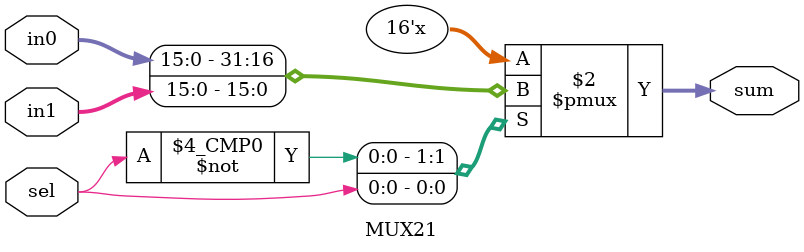
<source format=v>
`timescale 1ns/1ns
module MUX21 #(parameter delay=0) (output reg [15:0] sum,input [15:0] in0, in1, input sel);
	
	always @(*) begin
		#delay
		case (sel) 
			1'b0:sum = in0;
			1'b1:sum = in1;
		endcase
	end

endmodule

</source>
